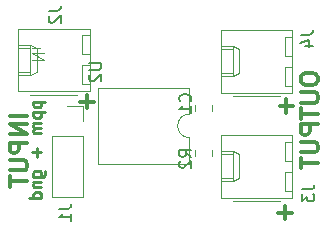
<source format=gbr>
G04 #@! TF.GenerationSoftware,KiCad,Pcbnew,(5.1.0)-1*
G04 #@! TF.CreationDate,2019-06-17T22:32:11+07:00*
G04 #@! TF.ProjectId,RCswitch2,52437377-6974-4636-9832-2e6b69636164,rev?*
G04 #@! TF.SameCoordinates,Original*
G04 #@! TF.FileFunction,Legend,Bot*
G04 #@! TF.FilePolarity,Positive*
%FSLAX46Y46*%
G04 Gerber Fmt 4.6, Leading zero omitted, Abs format (unit mm)*
G04 Created by KiCad (PCBNEW (5.1.0)-1) date 2019-06-17 22:32:11*
%MOMM*%
%LPD*%
G04 APERTURE LIST*
%ADD10C,0.300000*%
%ADD11C,0.100000*%
%ADD12C,0.250000*%
%ADD13C,0.120000*%
%ADD14C,0.150000*%
%ADD15R,1.882000X2.102000*%
%ADD16C,1.252000*%
%ADD17R,1.802000X1.802000*%
%ADD18O,1.802000X1.802000*%
%ADD19C,1.842000*%
%ADD20O,2.302000X1.842000*%
G04 APERTURE END LIST*
D10*
X50994571Y-45541857D02*
X50994571Y-45827571D01*
X51066000Y-45970428D01*
X51208857Y-46113285D01*
X51494571Y-46184714D01*
X51994571Y-46184714D01*
X52280285Y-46113285D01*
X52423142Y-45970428D01*
X52494571Y-45827571D01*
X52494571Y-45541857D01*
X52423142Y-45399000D01*
X52280285Y-45256142D01*
X51994571Y-45184714D01*
X51494571Y-45184714D01*
X51208857Y-45256142D01*
X51066000Y-45399000D01*
X50994571Y-45541857D01*
X50994571Y-46827571D02*
X52208857Y-46827571D01*
X52351714Y-46899000D01*
X52423142Y-46970428D01*
X52494571Y-47113285D01*
X52494571Y-47399000D01*
X52423142Y-47541857D01*
X52351714Y-47613285D01*
X52208857Y-47684714D01*
X50994571Y-47684714D01*
X50994571Y-48184714D02*
X50994571Y-49041857D01*
X52494571Y-48613285D02*
X50994571Y-48613285D01*
X52494571Y-49541857D02*
X50994571Y-49541857D01*
X50994571Y-50113285D01*
X51066000Y-50256142D01*
X51137428Y-50327571D01*
X51280285Y-50399000D01*
X51494571Y-50399000D01*
X51637428Y-50327571D01*
X51708857Y-50256142D01*
X51780285Y-50113285D01*
X51780285Y-49541857D01*
X50994571Y-51041857D02*
X52208857Y-51041857D01*
X52351714Y-51113285D01*
X52423142Y-51184714D01*
X52494571Y-51327571D01*
X52494571Y-51613285D01*
X52423142Y-51756142D01*
X52351714Y-51827571D01*
X52208857Y-51899000D01*
X50994571Y-51899000D01*
X50994571Y-52399000D02*
X50994571Y-53256142D01*
X52494571Y-52827571D02*
X50994571Y-52827571D01*
X27856571Y-48796142D02*
X26356571Y-48796142D01*
X27856571Y-49510428D02*
X26356571Y-49510428D01*
X27856571Y-50367571D01*
X26356571Y-50367571D01*
X27856571Y-51081857D02*
X26356571Y-51081857D01*
X26356571Y-51653285D01*
X26428000Y-51796142D01*
X26499428Y-51867571D01*
X26642285Y-51939000D01*
X26856571Y-51939000D01*
X26999428Y-51867571D01*
X27070857Y-51796142D01*
X27142285Y-51653285D01*
X27142285Y-51081857D01*
X26356571Y-52581857D02*
X27570857Y-52581857D01*
X27713714Y-52653285D01*
X27785142Y-52724714D01*
X27856571Y-52867571D01*
X27856571Y-53153285D01*
X27785142Y-53296142D01*
X27713714Y-53367571D01*
X27570857Y-53439000D01*
X26356571Y-53439000D01*
X26356571Y-53939000D02*
X26356571Y-54796142D01*
X27856571Y-54367571D02*
X26356571Y-54367571D01*
D11*
X29281380Y-43037190D02*
X28281380Y-43037190D01*
X29281380Y-43513380D02*
X28281380Y-43513380D01*
X29281380Y-44084809D01*
X28281380Y-44084809D01*
D10*
X50228428Y-57003142D02*
X49085571Y-57003142D01*
X49657000Y-57574571D02*
X49657000Y-56431714D01*
X50355428Y-47986142D02*
X49212571Y-47986142D01*
X49784000Y-48557571D02*
X49784000Y-47414714D01*
X33464428Y-47605142D02*
X32321571Y-47605142D01*
X32893000Y-48176571D02*
X32893000Y-47033714D01*
D12*
X28360714Y-47617571D02*
X29360714Y-47617571D01*
X28408333Y-47617571D02*
X28360714Y-47712809D01*
X28360714Y-47903285D01*
X28408333Y-47998523D01*
X28455952Y-48046142D01*
X28551190Y-48093761D01*
X28836904Y-48093761D01*
X28932142Y-48046142D01*
X28979761Y-47998523D01*
X29027380Y-47903285D01*
X29027380Y-47712809D01*
X28979761Y-47617571D01*
X28360714Y-48522333D02*
X29360714Y-48522333D01*
X28408333Y-48522333D02*
X28360714Y-48617571D01*
X28360714Y-48808047D01*
X28408333Y-48903285D01*
X28455952Y-48950904D01*
X28551190Y-48998523D01*
X28836904Y-48998523D01*
X28932142Y-48950904D01*
X28979761Y-48903285D01*
X29027380Y-48808047D01*
X29027380Y-48617571D01*
X28979761Y-48522333D01*
X29027380Y-49427095D02*
X28360714Y-49427095D01*
X28455952Y-49427095D02*
X28408333Y-49474714D01*
X28360714Y-49569952D01*
X28360714Y-49712809D01*
X28408333Y-49808047D01*
X28503571Y-49855666D01*
X29027380Y-49855666D01*
X28503571Y-49855666D02*
X28408333Y-49903285D01*
X28360714Y-49998523D01*
X28360714Y-50141380D01*
X28408333Y-50236619D01*
X28503571Y-50284238D01*
X29027380Y-50284238D01*
X28646428Y-51522333D02*
X28646428Y-52284238D01*
X29027380Y-51903285D02*
X28265476Y-51903285D01*
X28360714Y-53950904D02*
X29170238Y-53950904D01*
X29265476Y-53903285D01*
X29313095Y-53855666D01*
X29360714Y-53760428D01*
X29360714Y-53617571D01*
X29313095Y-53522333D01*
X28979761Y-53950904D02*
X29027380Y-53855666D01*
X29027380Y-53665190D01*
X28979761Y-53569952D01*
X28932142Y-53522333D01*
X28836904Y-53474714D01*
X28551190Y-53474714D01*
X28455952Y-53522333D01*
X28408333Y-53569952D01*
X28360714Y-53665190D01*
X28360714Y-53855666D01*
X28408333Y-53950904D01*
X28360714Y-54427095D02*
X29027380Y-54427095D01*
X28455952Y-54427095D02*
X28408333Y-54474714D01*
X28360714Y-54569952D01*
X28360714Y-54712809D01*
X28408333Y-54808047D01*
X28503571Y-54855666D01*
X29027380Y-54855666D01*
X29027380Y-55760428D02*
X28027380Y-55760428D01*
X28979761Y-55760428D02*
X29027380Y-55665190D01*
X29027380Y-55474714D01*
X28979761Y-55379476D01*
X28932142Y-55331857D01*
X28836904Y-55284238D01*
X28551190Y-55284238D01*
X28455952Y-55331857D01*
X28408333Y-55379476D01*
X28360714Y-55474714D01*
X28360714Y-55665190D01*
X28408333Y-55760428D01*
D13*
X41589000Y-46422000D02*
X41589000Y-48657000D01*
X33849000Y-46422000D02*
X41589000Y-46422000D01*
X33849000Y-52892000D02*
X33849000Y-46422000D01*
X41589000Y-52892000D02*
X33849000Y-52892000D01*
X41589000Y-50657000D02*
X41589000Y-52892000D01*
X41589000Y-48657000D02*
G75*
G03X41589000Y-50657000I0J-1000000D01*
G01*
X42089000Y-52204252D02*
X42089000Y-51681748D01*
X43509000Y-52204252D02*
X43509000Y-51681748D01*
X43509000Y-47871748D02*
X43509000Y-48394252D01*
X42089000Y-47871748D02*
X42089000Y-48394252D01*
X32572000Y-55686000D02*
X29912000Y-55686000D01*
X32572000Y-50546000D02*
X32572000Y-55686000D01*
X29912000Y-50546000D02*
X29912000Y-55686000D01*
X32572000Y-50546000D02*
X29912000Y-50546000D01*
X32572000Y-49276000D02*
X32572000Y-47946000D01*
X32572000Y-47946000D02*
X31242000Y-47946000D01*
X33129000Y-46719000D02*
X27109000Y-46719000D01*
X27109000Y-46719000D02*
X27109000Y-41419000D01*
X27109000Y-41419000D02*
X33129000Y-41419000D01*
X33129000Y-41419000D02*
X33129000Y-46719000D01*
X32099000Y-47009000D02*
X28099000Y-47009000D01*
X27109000Y-45339000D02*
X28109000Y-45339000D01*
X28109000Y-45339000D02*
X28109000Y-42799000D01*
X28109000Y-42799000D02*
X27109000Y-42799000D01*
X28109000Y-45339000D02*
X28639000Y-45089000D01*
X28639000Y-45089000D02*
X28639000Y-43049000D01*
X28639000Y-43049000D02*
X28109000Y-42799000D01*
X27109000Y-45089000D02*
X28109000Y-45089000D01*
X27109000Y-43049000D02*
X28109000Y-43049000D01*
X33129000Y-46139000D02*
X32529000Y-46139000D01*
X32529000Y-46139000D02*
X32529000Y-44539000D01*
X32529000Y-44539000D02*
X33129000Y-44539000D01*
X33129000Y-43599000D02*
X32529000Y-43599000D01*
X32529000Y-43599000D02*
X32529000Y-41999000D01*
X32529000Y-41999000D02*
X33129000Y-41999000D01*
X50274000Y-55736000D02*
X44254000Y-55736000D01*
X44254000Y-55736000D02*
X44254000Y-50436000D01*
X44254000Y-50436000D02*
X50274000Y-50436000D01*
X50274000Y-50436000D02*
X50274000Y-55736000D01*
X49244000Y-56026000D02*
X45244000Y-56026000D01*
X44254000Y-54356000D02*
X45254000Y-54356000D01*
X45254000Y-54356000D02*
X45254000Y-51816000D01*
X45254000Y-51816000D02*
X44254000Y-51816000D01*
X45254000Y-54356000D02*
X45784000Y-54106000D01*
X45784000Y-54106000D02*
X45784000Y-52066000D01*
X45784000Y-52066000D02*
X45254000Y-51816000D01*
X44254000Y-54106000D02*
X45254000Y-54106000D01*
X44254000Y-52066000D02*
X45254000Y-52066000D01*
X50274000Y-55156000D02*
X49674000Y-55156000D01*
X49674000Y-55156000D02*
X49674000Y-53556000D01*
X49674000Y-53556000D02*
X50274000Y-53556000D01*
X50274000Y-52616000D02*
X49674000Y-52616000D01*
X49674000Y-52616000D02*
X49674000Y-51016000D01*
X49674000Y-51016000D02*
X50274000Y-51016000D01*
X50274000Y-46846000D02*
X44254000Y-46846000D01*
X44254000Y-46846000D02*
X44254000Y-41546000D01*
X44254000Y-41546000D02*
X50274000Y-41546000D01*
X50274000Y-41546000D02*
X50274000Y-46846000D01*
X49244000Y-47136000D02*
X45244000Y-47136000D01*
X44254000Y-45466000D02*
X45254000Y-45466000D01*
X45254000Y-45466000D02*
X45254000Y-42926000D01*
X45254000Y-42926000D02*
X44254000Y-42926000D01*
X45254000Y-45466000D02*
X45784000Y-45216000D01*
X45784000Y-45216000D02*
X45784000Y-43176000D01*
X45784000Y-43176000D02*
X45254000Y-42926000D01*
X44254000Y-45216000D02*
X45254000Y-45216000D01*
X44254000Y-43176000D02*
X45254000Y-43176000D01*
X50274000Y-46266000D02*
X49674000Y-46266000D01*
X49674000Y-46266000D02*
X49674000Y-44666000D01*
X49674000Y-44666000D02*
X50274000Y-44666000D01*
X50274000Y-43726000D02*
X49674000Y-43726000D01*
X49674000Y-43726000D02*
X49674000Y-42126000D01*
X49674000Y-42126000D02*
X50274000Y-42126000D01*
D14*
X33107380Y-44323095D02*
X33916904Y-44323095D01*
X34012142Y-44370714D01*
X34059761Y-44418333D01*
X34107380Y-44513571D01*
X34107380Y-44704047D01*
X34059761Y-44799285D01*
X34012142Y-44846904D01*
X33916904Y-44894523D01*
X33107380Y-44894523D01*
X33202619Y-45323095D02*
X33155000Y-45370714D01*
X33107380Y-45465952D01*
X33107380Y-45704047D01*
X33155000Y-45799285D01*
X33202619Y-45846904D01*
X33297857Y-45894523D01*
X33393095Y-45894523D01*
X33535952Y-45846904D01*
X34107380Y-45275476D01*
X34107380Y-45894523D01*
X41727380Y-52275333D02*
X41251190Y-51942000D01*
X41727380Y-51703904D02*
X40727380Y-51703904D01*
X40727380Y-52084857D01*
X40775000Y-52180095D01*
X40822619Y-52227714D01*
X40917857Y-52275333D01*
X41060714Y-52275333D01*
X41155952Y-52227714D01*
X41203571Y-52180095D01*
X41251190Y-52084857D01*
X41251190Y-51703904D01*
X40822619Y-52656285D02*
X40775000Y-52703904D01*
X40727380Y-52799142D01*
X40727380Y-53037238D01*
X40775000Y-53132476D01*
X40822619Y-53180095D01*
X40917857Y-53227714D01*
X41013095Y-53227714D01*
X41155952Y-53180095D01*
X41727380Y-52608666D01*
X41727380Y-53227714D01*
X41632142Y-47585333D02*
X41679761Y-47537714D01*
X41727380Y-47394857D01*
X41727380Y-47299619D01*
X41679761Y-47156761D01*
X41584523Y-47061523D01*
X41489285Y-47013904D01*
X41298809Y-46966285D01*
X41155952Y-46966285D01*
X40965476Y-47013904D01*
X40870238Y-47061523D01*
X40775000Y-47156761D01*
X40727380Y-47299619D01*
X40727380Y-47394857D01*
X40775000Y-47537714D01*
X40822619Y-47585333D01*
X41727380Y-48537714D02*
X41727380Y-47966285D01*
X41727380Y-48252000D02*
X40727380Y-48252000D01*
X40870238Y-48156761D01*
X40965476Y-48061523D01*
X41013095Y-47966285D01*
X30567380Y-56689666D02*
X31281666Y-56689666D01*
X31424523Y-56642047D01*
X31519761Y-56546809D01*
X31567380Y-56403952D01*
X31567380Y-56308714D01*
X31567380Y-57689666D02*
X31567380Y-57118238D01*
X31567380Y-57403952D02*
X30567380Y-57403952D01*
X30710238Y-57308714D01*
X30805476Y-57213476D01*
X30853095Y-57118238D01*
X29678380Y-39925666D02*
X30392666Y-39925666D01*
X30535523Y-39878047D01*
X30630761Y-39782809D01*
X30678380Y-39639952D01*
X30678380Y-39544714D01*
X29773619Y-40354238D02*
X29726000Y-40401857D01*
X29678380Y-40497095D01*
X29678380Y-40735190D01*
X29726000Y-40830428D01*
X29773619Y-40878047D01*
X29868857Y-40925666D01*
X29964095Y-40925666D01*
X30106952Y-40878047D01*
X30678380Y-40306619D01*
X30678380Y-40925666D01*
X51141380Y-55038666D02*
X51855666Y-55038666D01*
X51998523Y-54991047D01*
X52093761Y-54895809D01*
X52141380Y-54752952D01*
X52141380Y-54657714D01*
X51141380Y-55419619D02*
X51141380Y-56038666D01*
X51522333Y-55705333D01*
X51522333Y-55848190D01*
X51569952Y-55943428D01*
X51617571Y-55991047D01*
X51712809Y-56038666D01*
X51950904Y-56038666D01*
X52046142Y-55991047D01*
X52093761Y-55943428D01*
X52141380Y-55848190D01*
X52141380Y-55562476D01*
X52093761Y-55467238D01*
X52046142Y-55419619D01*
X51014380Y-41957666D02*
X51728666Y-41957666D01*
X51871523Y-41910047D01*
X51966761Y-41814809D01*
X52014380Y-41671952D01*
X52014380Y-41576714D01*
X51347714Y-42862428D02*
X52014380Y-42862428D01*
X50966761Y-42624333D02*
X51681047Y-42386238D01*
X51681047Y-43005285D01*
%LPC*%
D15*
X40259000Y-44892000D03*
X35179000Y-54422000D03*
X37719000Y-44892000D03*
X37719000Y-54422000D03*
X35179000Y-44892000D03*
X40259000Y-54422000D03*
D11*
G36*
X43304505Y-50293311D02*
G01*
X43330925Y-50297230D01*
X43356835Y-50303720D01*
X43381983Y-50312718D01*
X43406128Y-50324138D01*
X43429038Y-50337869D01*
X43450492Y-50353780D01*
X43470282Y-50371718D01*
X43488220Y-50391508D01*
X43504131Y-50412962D01*
X43517862Y-50435872D01*
X43529282Y-50460017D01*
X43538280Y-50485165D01*
X43544770Y-50511075D01*
X43548689Y-50537495D01*
X43550000Y-50564173D01*
X43550000Y-51271827D01*
X43548689Y-51298505D01*
X43544770Y-51324925D01*
X43538280Y-51350835D01*
X43529282Y-51375983D01*
X43517862Y-51400128D01*
X43504131Y-51423038D01*
X43488220Y-51444492D01*
X43470282Y-51464282D01*
X43450492Y-51482220D01*
X43429038Y-51498131D01*
X43406128Y-51511862D01*
X43381983Y-51523282D01*
X43356835Y-51532280D01*
X43330925Y-51538770D01*
X43304505Y-51542689D01*
X43277827Y-51544000D01*
X42320173Y-51544000D01*
X42293495Y-51542689D01*
X42267075Y-51538770D01*
X42241165Y-51532280D01*
X42216017Y-51523282D01*
X42191872Y-51511862D01*
X42168962Y-51498131D01*
X42147508Y-51482220D01*
X42127718Y-51464282D01*
X42109780Y-51444492D01*
X42093869Y-51423038D01*
X42080138Y-51400128D01*
X42068718Y-51375983D01*
X42059720Y-51350835D01*
X42053230Y-51324925D01*
X42049311Y-51298505D01*
X42048000Y-51271827D01*
X42048000Y-50564173D01*
X42049311Y-50537495D01*
X42053230Y-50511075D01*
X42059720Y-50485165D01*
X42068718Y-50460017D01*
X42080138Y-50435872D01*
X42093869Y-50412962D01*
X42109780Y-50391508D01*
X42127718Y-50371718D01*
X42147508Y-50353780D01*
X42168962Y-50337869D01*
X42191872Y-50324138D01*
X42216017Y-50312718D01*
X42241165Y-50303720D01*
X42267075Y-50297230D01*
X42293495Y-50293311D01*
X42320173Y-50292000D01*
X43277827Y-50292000D01*
X43304505Y-50293311D01*
X43304505Y-50293311D01*
G37*
D16*
X42799000Y-50918000D03*
D11*
G36*
X43304505Y-52343311D02*
G01*
X43330925Y-52347230D01*
X43356835Y-52353720D01*
X43381983Y-52362718D01*
X43406128Y-52374138D01*
X43429038Y-52387869D01*
X43450492Y-52403780D01*
X43470282Y-52421718D01*
X43488220Y-52441508D01*
X43504131Y-52462962D01*
X43517862Y-52485872D01*
X43529282Y-52510017D01*
X43538280Y-52535165D01*
X43544770Y-52561075D01*
X43548689Y-52587495D01*
X43550000Y-52614173D01*
X43550000Y-53321827D01*
X43548689Y-53348505D01*
X43544770Y-53374925D01*
X43538280Y-53400835D01*
X43529282Y-53425983D01*
X43517862Y-53450128D01*
X43504131Y-53473038D01*
X43488220Y-53494492D01*
X43470282Y-53514282D01*
X43450492Y-53532220D01*
X43429038Y-53548131D01*
X43406128Y-53561862D01*
X43381983Y-53573282D01*
X43356835Y-53582280D01*
X43330925Y-53588770D01*
X43304505Y-53592689D01*
X43277827Y-53594000D01*
X42320173Y-53594000D01*
X42293495Y-53592689D01*
X42267075Y-53588770D01*
X42241165Y-53582280D01*
X42216017Y-53573282D01*
X42191872Y-53561862D01*
X42168962Y-53548131D01*
X42147508Y-53532220D01*
X42127718Y-53514282D01*
X42109780Y-53494492D01*
X42093869Y-53473038D01*
X42080138Y-53450128D01*
X42068718Y-53425983D01*
X42059720Y-53400835D01*
X42053230Y-53374925D01*
X42049311Y-53348505D01*
X42048000Y-53321827D01*
X42048000Y-52614173D01*
X42049311Y-52587495D01*
X42053230Y-52561075D01*
X42059720Y-52535165D01*
X42068718Y-52510017D01*
X42080138Y-52485872D01*
X42093869Y-52462962D01*
X42109780Y-52441508D01*
X42127718Y-52421718D01*
X42147508Y-52403780D01*
X42168962Y-52387869D01*
X42191872Y-52374138D01*
X42216017Y-52362718D01*
X42241165Y-52353720D01*
X42267075Y-52347230D01*
X42293495Y-52343311D01*
X42320173Y-52342000D01*
X43277827Y-52342000D01*
X43304505Y-52343311D01*
X43304505Y-52343311D01*
G37*
D16*
X42799000Y-52968000D03*
D11*
G36*
X43304505Y-48533311D02*
G01*
X43330925Y-48537230D01*
X43356835Y-48543720D01*
X43381983Y-48552718D01*
X43406128Y-48564138D01*
X43429038Y-48577869D01*
X43450492Y-48593780D01*
X43470282Y-48611718D01*
X43488220Y-48631508D01*
X43504131Y-48652962D01*
X43517862Y-48675872D01*
X43529282Y-48700017D01*
X43538280Y-48725165D01*
X43544770Y-48751075D01*
X43548689Y-48777495D01*
X43550000Y-48804173D01*
X43550000Y-49511827D01*
X43548689Y-49538505D01*
X43544770Y-49564925D01*
X43538280Y-49590835D01*
X43529282Y-49615983D01*
X43517862Y-49640128D01*
X43504131Y-49663038D01*
X43488220Y-49684492D01*
X43470282Y-49704282D01*
X43450492Y-49722220D01*
X43429038Y-49738131D01*
X43406128Y-49751862D01*
X43381983Y-49763282D01*
X43356835Y-49772280D01*
X43330925Y-49778770D01*
X43304505Y-49782689D01*
X43277827Y-49784000D01*
X42320173Y-49784000D01*
X42293495Y-49782689D01*
X42267075Y-49778770D01*
X42241165Y-49772280D01*
X42216017Y-49763282D01*
X42191872Y-49751862D01*
X42168962Y-49738131D01*
X42147508Y-49722220D01*
X42127718Y-49704282D01*
X42109780Y-49684492D01*
X42093869Y-49663038D01*
X42080138Y-49640128D01*
X42068718Y-49615983D01*
X42059720Y-49590835D01*
X42053230Y-49564925D01*
X42049311Y-49538505D01*
X42048000Y-49511827D01*
X42048000Y-48804173D01*
X42049311Y-48777495D01*
X42053230Y-48751075D01*
X42059720Y-48725165D01*
X42068718Y-48700017D01*
X42080138Y-48675872D01*
X42093869Y-48652962D01*
X42109780Y-48631508D01*
X42127718Y-48611718D01*
X42147508Y-48593780D01*
X42168962Y-48577869D01*
X42191872Y-48564138D01*
X42216017Y-48552718D01*
X42241165Y-48543720D01*
X42267075Y-48537230D01*
X42293495Y-48533311D01*
X42320173Y-48532000D01*
X43277827Y-48532000D01*
X43304505Y-48533311D01*
X43304505Y-48533311D01*
G37*
D16*
X42799000Y-49158000D03*
D11*
G36*
X43304505Y-46483311D02*
G01*
X43330925Y-46487230D01*
X43356835Y-46493720D01*
X43381983Y-46502718D01*
X43406128Y-46514138D01*
X43429038Y-46527869D01*
X43450492Y-46543780D01*
X43470282Y-46561718D01*
X43488220Y-46581508D01*
X43504131Y-46602962D01*
X43517862Y-46625872D01*
X43529282Y-46650017D01*
X43538280Y-46675165D01*
X43544770Y-46701075D01*
X43548689Y-46727495D01*
X43550000Y-46754173D01*
X43550000Y-47461827D01*
X43548689Y-47488505D01*
X43544770Y-47514925D01*
X43538280Y-47540835D01*
X43529282Y-47565983D01*
X43517862Y-47590128D01*
X43504131Y-47613038D01*
X43488220Y-47634492D01*
X43470282Y-47654282D01*
X43450492Y-47672220D01*
X43429038Y-47688131D01*
X43406128Y-47701862D01*
X43381983Y-47713282D01*
X43356835Y-47722280D01*
X43330925Y-47728770D01*
X43304505Y-47732689D01*
X43277827Y-47734000D01*
X42320173Y-47734000D01*
X42293495Y-47732689D01*
X42267075Y-47728770D01*
X42241165Y-47722280D01*
X42216017Y-47713282D01*
X42191872Y-47701862D01*
X42168962Y-47688131D01*
X42147508Y-47672220D01*
X42127718Y-47654282D01*
X42109780Y-47634492D01*
X42093869Y-47613038D01*
X42080138Y-47590128D01*
X42068718Y-47565983D01*
X42059720Y-47540835D01*
X42053230Y-47514925D01*
X42049311Y-47488505D01*
X42048000Y-47461827D01*
X42048000Y-46754173D01*
X42049311Y-46727495D01*
X42053230Y-46701075D01*
X42059720Y-46675165D01*
X42068718Y-46650017D01*
X42080138Y-46625872D01*
X42093869Y-46602962D01*
X42109780Y-46581508D01*
X42127718Y-46561718D01*
X42147508Y-46543780D01*
X42168962Y-46527869D01*
X42191872Y-46514138D01*
X42216017Y-46502718D01*
X42241165Y-46493720D01*
X42267075Y-46487230D01*
X42293495Y-46483311D01*
X42320173Y-46482000D01*
X43277827Y-46482000D01*
X43304505Y-46483311D01*
X43304505Y-46483311D01*
G37*
D16*
X42799000Y-47108000D03*
D17*
X31242000Y-49276000D03*
D18*
X31242000Y-51816000D03*
X31242000Y-54356000D03*
D11*
G36*
X31011287Y-44419274D02*
G01*
X31036977Y-44423085D01*
X31062171Y-44429396D01*
X31086625Y-44438146D01*
X31110103Y-44449250D01*
X31132380Y-44462602D01*
X31153241Y-44478074D01*
X31172485Y-44495515D01*
X31189926Y-44514759D01*
X31205398Y-44535620D01*
X31218750Y-44557897D01*
X31229854Y-44581375D01*
X31238604Y-44605829D01*
X31244915Y-44631023D01*
X31248726Y-44656713D01*
X31250000Y-44682654D01*
X31250000Y-45995346D01*
X31248726Y-46021287D01*
X31244915Y-46046977D01*
X31238604Y-46072171D01*
X31229854Y-46096625D01*
X31218750Y-46120103D01*
X31205398Y-46142380D01*
X31189926Y-46163241D01*
X31172485Y-46182485D01*
X31153241Y-46199926D01*
X31132380Y-46215398D01*
X31110103Y-46228750D01*
X31086625Y-46239854D01*
X31062171Y-46248604D01*
X31036977Y-46254915D01*
X31011287Y-46258726D01*
X30985346Y-46260000D01*
X29212654Y-46260000D01*
X29186713Y-46258726D01*
X29161023Y-46254915D01*
X29135829Y-46248604D01*
X29111375Y-46239854D01*
X29087897Y-46228750D01*
X29065620Y-46215398D01*
X29044759Y-46199926D01*
X29025515Y-46182485D01*
X29008074Y-46163241D01*
X28992602Y-46142380D01*
X28979250Y-46120103D01*
X28968146Y-46096625D01*
X28959396Y-46072171D01*
X28953085Y-46046977D01*
X28949274Y-46021287D01*
X28948000Y-45995346D01*
X28948000Y-44682654D01*
X28949274Y-44656713D01*
X28953085Y-44631023D01*
X28959396Y-44605829D01*
X28968146Y-44581375D01*
X28979250Y-44557897D01*
X28992602Y-44535620D01*
X29008074Y-44514759D01*
X29025515Y-44495515D01*
X29044759Y-44478074D01*
X29065620Y-44462602D01*
X29087897Y-44449250D01*
X29111375Y-44438146D01*
X29135829Y-44429396D01*
X29161023Y-44423085D01*
X29186713Y-44419274D01*
X29212654Y-44418000D01*
X30985346Y-44418000D01*
X31011287Y-44419274D01*
X31011287Y-44419274D01*
G37*
D19*
X30099000Y-45339000D03*
D20*
X30099000Y-42799000D03*
D11*
G36*
X48156287Y-53436274D02*
G01*
X48181977Y-53440085D01*
X48207171Y-53446396D01*
X48231625Y-53455146D01*
X48255103Y-53466250D01*
X48277380Y-53479602D01*
X48298241Y-53495074D01*
X48317485Y-53512515D01*
X48334926Y-53531759D01*
X48350398Y-53552620D01*
X48363750Y-53574897D01*
X48374854Y-53598375D01*
X48383604Y-53622829D01*
X48389915Y-53648023D01*
X48393726Y-53673713D01*
X48395000Y-53699654D01*
X48395000Y-55012346D01*
X48393726Y-55038287D01*
X48389915Y-55063977D01*
X48383604Y-55089171D01*
X48374854Y-55113625D01*
X48363750Y-55137103D01*
X48350398Y-55159380D01*
X48334926Y-55180241D01*
X48317485Y-55199485D01*
X48298241Y-55216926D01*
X48277380Y-55232398D01*
X48255103Y-55245750D01*
X48231625Y-55256854D01*
X48207171Y-55265604D01*
X48181977Y-55271915D01*
X48156287Y-55275726D01*
X48130346Y-55277000D01*
X46357654Y-55277000D01*
X46331713Y-55275726D01*
X46306023Y-55271915D01*
X46280829Y-55265604D01*
X46256375Y-55256854D01*
X46232897Y-55245750D01*
X46210620Y-55232398D01*
X46189759Y-55216926D01*
X46170515Y-55199485D01*
X46153074Y-55180241D01*
X46137602Y-55159380D01*
X46124250Y-55137103D01*
X46113146Y-55113625D01*
X46104396Y-55089171D01*
X46098085Y-55063977D01*
X46094274Y-55038287D01*
X46093000Y-55012346D01*
X46093000Y-53699654D01*
X46094274Y-53673713D01*
X46098085Y-53648023D01*
X46104396Y-53622829D01*
X46113146Y-53598375D01*
X46124250Y-53574897D01*
X46137602Y-53552620D01*
X46153074Y-53531759D01*
X46170515Y-53512515D01*
X46189759Y-53495074D01*
X46210620Y-53479602D01*
X46232897Y-53466250D01*
X46256375Y-53455146D01*
X46280829Y-53446396D01*
X46306023Y-53440085D01*
X46331713Y-53436274D01*
X46357654Y-53435000D01*
X48130346Y-53435000D01*
X48156287Y-53436274D01*
X48156287Y-53436274D01*
G37*
D19*
X47244000Y-54356000D03*
D20*
X47244000Y-51816000D03*
D11*
G36*
X48156287Y-44546274D02*
G01*
X48181977Y-44550085D01*
X48207171Y-44556396D01*
X48231625Y-44565146D01*
X48255103Y-44576250D01*
X48277380Y-44589602D01*
X48298241Y-44605074D01*
X48317485Y-44622515D01*
X48334926Y-44641759D01*
X48350398Y-44662620D01*
X48363750Y-44684897D01*
X48374854Y-44708375D01*
X48383604Y-44732829D01*
X48389915Y-44758023D01*
X48393726Y-44783713D01*
X48395000Y-44809654D01*
X48395000Y-46122346D01*
X48393726Y-46148287D01*
X48389915Y-46173977D01*
X48383604Y-46199171D01*
X48374854Y-46223625D01*
X48363750Y-46247103D01*
X48350398Y-46269380D01*
X48334926Y-46290241D01*
X48317485Y-46309485D01*
X48298241Y-46326926D01*
X48277380Y-46342398D01*
X48255103Y-46355750D01*
X48231625Y-46366854D01*
X48207171Y-46375604D01*
X48181977Y-46381915D01*
X48156287Y-46385726D01*
X48130346Y-46387000D01*
X46357654Y-46387000D01*
X46331713Y-46385726D01*
X46306023Y-46381915D01*
X46280829Y-46375604D01*
X46256375Y-46366854D01*
X46232897Y-46355750D01*
X46210620Y-46342398D01*
X46189759Y-46326926D01*
X46170515Y-46309485D01*
X46153074Y-46290241D01*
X46137602Y-46269380D01*
X46124250Y-46247103D01*
X46113146Y-46223625D01*
X46104396Y-46199171D01*
X46098085Y-46173977D01*
X46094274Y-46148287D01*
X46093000Y-46122346D01*
X46093000Y-44809654D01*
X46094274Y-44783713D01*
X46098085Y-44758023D01*
X46104396Y-44732829D01*
X46113146Y-44708375D01*
X46124250Y-44684897D01*
X46137602Y-44662620D01*
X46153074Y-44641759D01*
X46170515Y-44622515D01*
X46189759Y-44605074D01*
X46210620Y-44589602D01*
X46232897Y-44576250D01*
X46256375Y-44565146D01*
X46280829Y-44556396D01*
X46306023Y-44550085D01*
X46331713Y-44546274D01*
X46357654Y-44545000D01*
X48130346Y-44545000D01*
X48156287Y-44546274D01*
X48156287Y-44546274D01*
G37*
D19*
X47244000Y-45466000D03*
D20*
X47244000Y-42926000D03*
M02*

</source>
